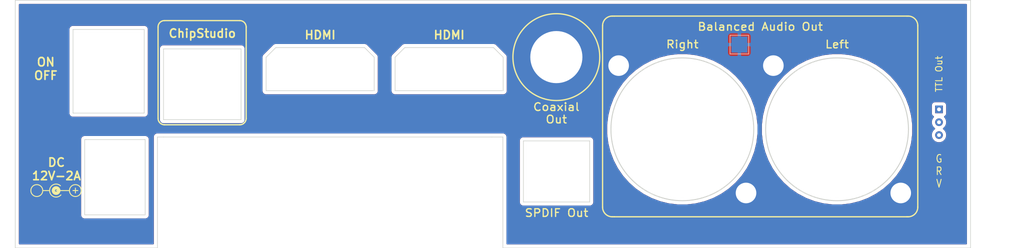
<source format=kicad_pcb>
(kicad_pcb (version 20211014) (generator pcbnew)
  (layers (0 "F.Cu" signal) (31 "B.Cu" signal) (34 "B.Paste" user) (35 "F.Paste" user) (36 "B.SilkS" user "B.Silkscreen") (37 "F.SilkS" user "F.Silkscreen") (38 "B.Mask" user) (39 "F.Mask" user) (44 "Edge.Cuts" user))
  (net 0 "")
  (net 1 "GND")
  (footprint "Symbol:Symbol_Barrel_Polarity" (layer "F.Cu") (at 58.25 129.55)
    (fp_text reference "REF**" hide)
    (fp_text value "Symbol_Barrel_Polarity")
    (fp_line (start 0 0.075) (end 2 0.075) (layer "F.SilkS") (width 0.15))
    (fp_line (start -2 0.075) (end -1.1 0.075) (layer "F.SilkS") (width 0.15))
    (fp_arc (start 0.75 0.75) (mid -1.007627 0.128033) (end 0.675 -0.675) (layer "F.SilkS") (width 0.15))
    (fp_circle (center 3 0.075) (end 3 1) (layer "F.SilkS") (width 0.15) (fill none))
    (fp_circle (center 0 0.075) (end 0 0.25) (layer "F.SilkS") (width 0.5) (fill none))
    (fp_circle (center -3 0.075) (end -3 1) (layer "F.SilkS") (width 0.15) (fill none))
  )
  (footprint "Connector_PinHeader_2.54mm:PinHeader_1x03_P2.54mm_Vertical" (layer "F.Cu") (at 195.5 117)
    (fp_text reference "REF**" hide)
    (fp_text value "PinHeader_1x03_P2.54mm_Vertical")
    (pad "1" thru_hole rect locked (at 0 0) (size 1.2 1.2) (drill 0.6) (layers *.Cu *.Mask))
    (pad "2" thru_hole circle locked (at 0 2) (size 1.2 1.2) (drill 0.6) (layers *.Cu *.Mask))
    (pad "3" thru_hole circle locked (at 0 4) (size 1.2 1.2) (drill 0.6) (layers *.Cu *.Mask))
  )
  (footprint "MountingHole:MountingHole_2.2mm_M2_DIN965_Pad" (layer "F.Cu") (at 145.7 110.2)
    (fp_text reference "REF**" hide)
    (fp_text value "MountingHole_2.2mm_M2_DIN965_Pad")
    (pad "1" thru_hole circle locked (at 0 0) (size 3.8 3.8) (drill 3.2) (layers *.Cu *.Mask) (net 1 "GND"))
  )
  (footprint "MountingHole:MountingHole_2.2mm_M2_DIN965_Pad" (layer "F.Cu") (at 169.75 110.2)
    (fp_text reference "REF**" hide)
    (fp_text value "MountingHole_2.2mm_M2_DIN965_Pad")
    (pad "1" thru_hole circle locked (at 0 0) (size 3.8 3.8) (drill 3.2) (layers *.Cu *.Mask) (net 1 "GND"))
  )
  (footprint "MountingHole:MountingHole_2.2mm_M2_DIN965_Pad" (layer "F.Cu") (at 165.5 130)
    (fp_text reference "REF**" hide)
    (fp_text value "MountingHole_2.2mm_M2_DIN965_Pad")
    (pad "1" thru_hole circle locked (at 0 0) (size 3.8 3.8) (drill 3.2) (layers *.Cu *.Mask) (net 1 "GND"))
  )
  (footprint "MountingHole:MountingHole_2.2mm_M2_DIN965_Pad" (layer "F.Cu") (at 189.55 130)
    (fp_text reference "REF**" hide)
    (fp_text value "MountingHole_2.2mm_M2_DIN965_Pad")
    (pad "1" thru_hole circle locked (at 0 0) (size 3.8 3.8) (drill 3.2) (layers *.Cu *.Mask) (net 1 "GND"))
  )
  (footprint "MountingHole:MountingHole_2.2mm_M2_DIN965_Pad" (layer "F.Cu") (at 136.015017 108.877)
    (fp_text reference "REF**" hide)
    (fp_text value "MountingHole_2.2mm_M2_DIN965_Pad" hide)
    (pad "1" thru_hole circle locked (at 0 0) (size 11 11) (drill 8.1) (layers *.Cu *.Mask) (net 1 "GND"))
  )
  (footprint "TestPoint:TestPoint_Pad_2.5x2.5mm" (layer "B.Cu") (at 164.465 106.934)
    (fp_text reference "TP1" hide)
    (fp_text value "TestPoint")
    (fp_line (start 1.45 -1.45) (end -1.45 -1.45) (layer "B.SilkS") (width 0.12))
    (fp_line (start -1.45 1.45) (end 1.45 1.45) (layer "B.SilkS") (width 0.12))
    (fp_line (start -1.45 -1.45) (end -1.45 1.45) (layer "B.SilkS") (width 0.12))
    (fp_line (start 1.45 1.45) (end 1.45 -1.45) (layer "B.SilkS") (width 0.12))
    (pad "1" smd rect locked (at 0 0) (size 2.5 2.5) (layers "B.Cu" "B.Mask") (net 1 "GND"))
  )
  (gr_arc (start 190.7 102.5) (mid 191.76066 102.93934) (end 192.2 104) (layer "F.SilkS") (width 0.2))
  (gr_line (start 190.5 102.5) (end 145 102.5) (layer "F.SilkS") (width 0.2))
  (gr_arc (start 144.7 133.7) (mid 143.63934 133.26066) (end 143.2 132.2) (layer "F.SilkS") (width 0.2))
  (gr_line (start 190.5 133.7) (end 145 133.7) (layer "F.SilkS") (width 0.2))
  (gr_arc (start 192.2 132.2) (mid 191.76066 133.26066) (end 190.7 133.7) (layer "F.SilkS") (width 0.2))
  (gr_line (start 192.2 132.2) (end 192.2 104) (layer "F.SilkS") (width 0.2))
  (gr_line (start 143.2 104) (end 143.2 132.2) (layer "F.SilkS") (width 0.2))
  (gr_line (start 144.7 102.5) (end 145 102.5) (layer "F.SilkS") (width 0.2))
  (gr_line (start 144.7 133.7) (end 145 133.7) (layer "F.SilkS") (width 0.2))
  (gr_line (start 190.5 133.7) (end 190.7 133.7) (layer "F.SilkS") (width 0.2))
  (gr_line (start 190.5 102.5) (end 190.7 102.5) (layer "F.SilkS") (width 0.2))
  (gr_arc (start 87.8 118.4) (mid 87.507107 119.107107) (end 86.8 119.4) (layer "F.SilkS") (width 0.2))
  (gr_line (start 86.8 119.4) (end 75.1 119.4) (layer "F.SilkS") (width 0.2))
  (gr_arc (start 74.1 104.2) (mid 74.392893 103.492893) (end 75.1 103.2) (layer "F.SilkS") (width 0.2))
  (gr_line (start 75.1 103.2) (end 86.8 103.2) (layer "F.SilkS") (width 0.2))
  (gr_arc (start 86.8 103.2) (mid 87.507107 103.492893) (end 87.8 104.2) (layer "F.SilkS") (width 0.2))
  (gr_line (start 74.1 104.2) (end 74.1 118.4) (layer "F.SilkS") (width 0.2))
  (gr_line (start 87.8 104.2) (end 87.8 118.4) (layer "F.SilkS") (width 0.2))
  (gr_arc (start 143.2 104) (mid 143.63934 102.93934) (end 144.7 102.5) (layer "F.SilkS") (width 0.2))
  (gr_circle (center 136.015017 108.877) (end 142.765017 108.877) (layer "F.SilkS") (width 0.2) (fill none))
  (gr_arc (start 75.1 119.4) (mid 74.392893 119.107107) (end 74.1 118.4) (layer "F.SilkS") (width 0.2))
  (gr_circle (center 179.65045 120.1) (end 190.7509 120.1) (layer "Edge.Cuts") (width 0.15) (fill none))
  (gr_circle (center 155.59955 120.1) (end 166.7 120.1) (layer "Edge.Cuts") (width 0.15) (fill none))
  (gr_line (start 71.95 117.5838) (end 71.95 104.5828) (layer "Edge.Cuts") (width 0.1))
  (gr_line (start 60.8827 117.5838) (end 71.95 117.5838) (layer "Edge.Cuts") (width 0.1))
  (gr_line (start 141.2 131.4) (end 141.2 121.9) (layer "Edge.Cuts") (width 0.1))
  (gr_line (start 141.2 121.9) (end 130.9 121.9) (layer "Edge.Cuts") (width 0.1))
  (gr_line (start 107.7 114.1) (end 90.9 114.1) (layer "Edge.Cuts") (width 0.1))
  (gr_line (start 127.7506 114.1) (end 110.9506 114.1) (layer "Edge.Cuts") (width 0.1))
  (gr_line (start 112.4506 107.4) (end 126.2506 107.4) (layer "Edge.Cuts") (width 0.1))
  (gr_line (start 107.7 108.9) (end 107.7 114.1) (layer "Edge.Cuts") (width 0.1))
  (gr_line (start 106.2 107.4) (end 107.7 108.9) (layer "Edge.Cuts") (width 0.1))
  (gr_line (start 126.2506 107.4) (end 127.7506 108.9) (layer "Edge.Cuts") (width 0.1))
  (gr_line (start 110.9506 108.9) (end 110.9506 114.1) (layer "Edge.Cuts") (width 0.1))
  (gr_line (start 92.4 107.4) (end 106.2 107.4) (layer "Edge.Cuts") (width 0.1))
  (gr_line (start 127.7506 108.9) (end 127.7506 114.1) (layer "Edge.Cuts") (width 0.1))
  (gr_line (start 92.4 107.4) (end 90.9 108.9) (layer "Edge.Cuts") (width 0.1))
  (gr_line (start 90.9 108.9) (end 90.9 114.1) (layer "Edge.Cuts") (width 0.1))
  (gr_line (start 112.4506 107.4) (end 110.9506 108.9) (layer "Edge.Cuts") (width 0.1))
  (gr_line (start 72.1 133.4) (end 71.9511 133.4) (layer "Edge.Cuts") (width 0.1))
  (gr_line (start 62.7 133.4) (end 62.9002 133.4) (layer "Edge.Cuts") (width 0.1))
  (gr_line (start 72.1 121.7) (end 72.1 121.9504) (layer "Edge.Cuts") (width 0.1))
  (gr_line (start 62.7 121.7) (end 62.7 121.9504) (layer "Edge.Cuts") (width 0.1))
  (gr_line (start 127.7006 121.3013) (end 127.7006 138.55) (layer "Edge.Cuts") (width 0.1))
  (gr_line (start 62.9002 133.4) (end 71.9511 133.4) (layer "Edge.Cuts") (width 0.1))
  (gr_line (start 130.9 121.9) (end 130.9 131.4) (layer "Edge.Cuts") (width 0.1))
  (gr_line (start 87.0006 118.6008) (end 74.9511 118.6008) (layer "Edge.Cuts") (width 0.1))
  (gr_line (start 51.9006 100.0508) (end 51.9006 138.55) (layer "Edge.Cuts") (width 0.1))
  (gr_line (start 74.9511 121.3013) (end 74 121.3013) (layer "Edge.Cuts") (width 0.1))
  (gr_line (start 60.8827 117.5838) (end 60.8827 104.5828) (layer "Edge.Cuts") (width 0.1))
  (gr_line (start 62.7 121.9504) (end 62.7 133.2005) (layer "Edge.Cuts") (width 0.1))
  (gr_line (start 127.7006 138.55) (end 200.4006 138.55) (layer "Edge.Cuts") (width 0.1))
  (gr_line (start 200.4006 100.0508) (end 51.9006 100.0508) (layer "Edge.Cuts") (width 0.1))
  (gr_line (start 62.7 133.2005) (end 62.7 133.4) (layer "Edge.Cuts") (width 0.1))
  (gr_line (start 72.1 133.1511) (end 72.1 121.9504) (layer "Edge.Cuts") (width 0.1))
  (gr_line (start 71.9511 121.7) (end 62.9002 121.7) (layer "Edge.Cuts") (width 0.1))
  (gr_line (start 200.4006 138.55) (end 200.4006 100.0508) (layer "Edge.Cuts") (width 0.1))
  (gr_line (start 74 138.55) (end 51.9006 138.55) (layer "Edge.Cuts") (width 0.1))
  (gr_line (start 130.9 131.4) (end 141.2 131.4) (layer "Edge.Cuts") (width 0.1))
  (gr_line (start 60.8827 104.5828) (end 71.95 104.5828) (layer "Edge.Cuts") (width 0.1))
  (gr_line (start 74 121.3013) (end 74 138.55) (layer "Edge.Cuts") (width 0.1))
  (gr_line (start 126.0006 121.3013) (end 127.7006 121.3013) (layer "Edge.Cuts") (width 0.1))
  (gr_line (start 62.9002 121.7) (end 62.7 121.7) (layer "Edge.Cuts") (width 0.1))
  (gr_line (start 74.9511 107.6008) (end 74.9511 118.6008) (layer "Edge.Cuts") (width 0.1))
  (gr_line (start 74.9511 107.6008) (end 87.0006 107.6008) (layer "Edge.Cuts") (width 0.1))
  (gr_line (start 71.9511 121.7) (end 72.1 121.7) (layer "Edge.Cuts") (width 0.1))
  (gr_line (start 126.0006 121.3013) (end 74.9511 121.3013) (layer "Edge.Cuts") (width 0.1))
  (gr_line (start 87.0006 107.6008) (end 87.0006 118.6008) (layer "Edge.Cuts") (width 0.1))
  (gr_line (start 72.1 133.1511) (end 72.1 133.4) (layer "Edge.Cuts") (width 0.1))
  (gr_text "HDMI" (at 119.3506 105.45) (layer "F.SilkS") (effects (font (size 1.3 1.3) (thickness 0.25))))
  (gr_text "+" (at 61.25 129.55) (layer "F.SilkS") (effects (font (size 1 1))))
  (gr_text "TTL Out" (at 195.5 111.5 90) (layer "F.SilkS") (effects (font (size 1 1))))
  (gr_text "HDMI" (at 99.3 105.45) (layer "F.SilkS") (effects (font (size 1.3 1.3) (thickness 0.25))))
  (gr_text "Left" (at 179.65045 106.9) (layer "F.SilkS") (effects (font (size 1.2 1.3) (thickness 0.2))))
  (gr_text "ON\nOFF" (at 56.65 110.7) (layer "F.SilkS") (effects (font (size 1.3 1.3) (thickness 0.25))))
  (gr_text "ChipStudio" (at 80.97585 105.2) (layer "F.SilkS") (effects (font (size 1.3 1.3) (thickness 0.25))))
  (gr_text "Balanced Audio Out" (at 167.711905 104.15) (layer "F.SilkS") (effects (font (size 1.2 1.3) (thickness 0.2))))
  (gr_text "DC\n12V-2A" (at 58.3 126.3) (layer "F.SilkS") (effects (font (size 1.3 1.3) (thickness 0.25))))
  (gr_text "Coaxial\nOut" (at 136.015017 117.6) (layer "F.SilkS") (effects (font (size 1.2 1.3) (thickness 0.2))))
  (gr_text "SPDIF Out" (at 136.05 133.1) (layer "F.SilkS") (effects (font (size 1.2 1.3) (thickness 0.2))))
  (gr_text "Right" (at 155.59955 106.9) (layer "F.SilkS") (effects (font (size 1.2 1.3) (thickness 0.2))))
  (gr_text "G\nR\nV" (at 195.5 126.6) (layer "F.SilkS") (effects (font (size 1.2 1))))
  (zone (net 1) (net_name "GND") (layer "F.Cu") (connect_pads (clearance 0.508)) (min_thickness 0.254) (fill yes (thermal_gap 0.508) (thermal_bridge_width 0.508))
    (polygon (pts (xy 200.4 138.55) (xy 51.9 138.55) (xy 51.9 100.05) (xy 200.4 100.05)))
  )
  (zone (net 1) (net_name "GND") (layer "B.Cu") (connect_pads (clearance 0.508)) (min_thickness 0.254) (fill yes (thermal_gap 0.508) (thermal_bridge_width 0.508))
    (polygon (pts (xy 200.4 138.55) (xy 51.9 138.55) (xy 51.9 100.05) (xy 200.4 100.05)))
  )
)
</source>
